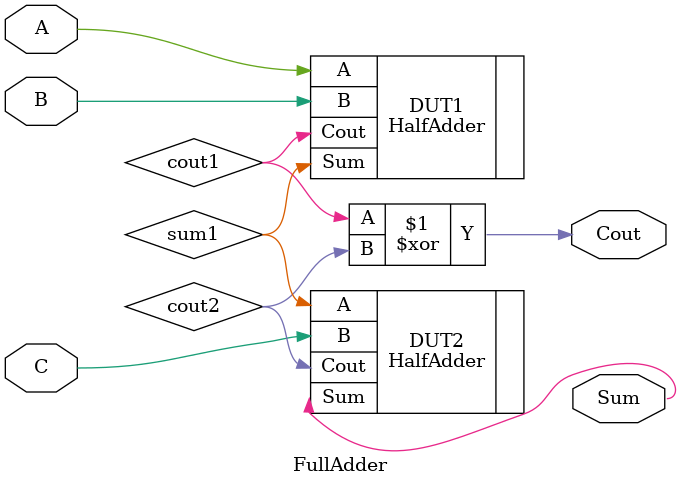
<source format=v>
module FullAdder(A,B,C,Sum,Cout);
input A,B,C;
output Sum,Cout;
wire sum1,cout1,cout2;
HalfAdder DUT1(.A(A),.B(B),.Cout(cout1),.Sum(sum1));
HalfAdder DUT2(.A(sum1),.B(C),.Cout(cout2),.Sum(Sum));
xor DUT3(Cout,cout1,cout2);
//assign Cout=cout1^cout2;
endmodule
</source>
